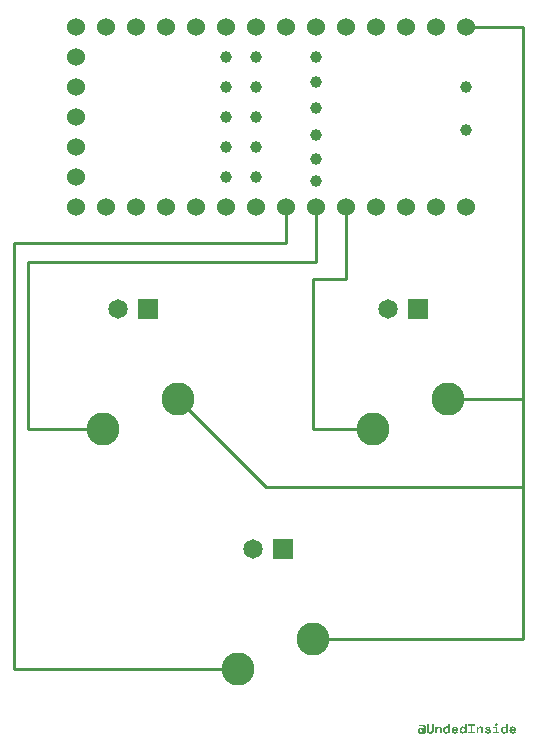
<source format=gtl>
G04 Layer: TopLayer*
G04 EasyEDA v6.4.7, 2021-04-23T08:58:56+01:00*
G04 f878487c93b54eac8d99160b99debade,c10319bd9b054561a6d5c4568292690b,NaN*
G04 Gerber Generator version 0.2*
G04 Scale: 100 percent, Rotated: No, Reflected: No *
G04 Dimensions in millimeters *
G04 leading zeros omitted , absolute positions ,3 integer and 3 decimal *
%FSLAX33Y33*%
%MOMM*%
G90*
D02*

%ADD10C,0.254000*%
%ADD12C,1.524000*%
%ADD13C,0.999998*%
%ADD14C,2.794000*%
%ADD15C,1.651000*%

%LPD*%
G54D10*
G01X15240Y29083D02*
G01X22733Y21590D01*
G01X44450Y21590D01*
G01X38100Y29083D02*
G01X44450Y29083D01*
G01X39624Y60579D02*
G01X44450Y60579D01*
G01X44450Y8763D01*
G01X26670Y8763D01*
G01X20320Y6223D02*
G01X1397Y6223D01*
G01X1397Y42291D01*
G01X24384Y42291D01*
G01X24384Y45339D01*
G01X8890Y26543D02*
G01X2540Y26543D01*
G01X2540Y40640D01*
G01X26924Y40640D01*
G01X26924Y45339D01*
G01X29464Y45339D02*
G01X29464Y39243D01*
G01X26670Y39243D01*
G01X26670Y26543D01*
G01X31750Y26543D01*

%LPD*%
G36*
G01X42239Y1603D02*
G01X42217Y1605D01*
G01X42206Y1604D01*
G01X42196Y1603D01*
G01X42185Y1601D01*
G01X42176Y1597D01*
G01X42167Y1592D01*
G01X42157Y1586D01*
G01X42141Y1574D01*
G01X42127Y1558D01*
G01X42122Y1548D01*
G01X42118Y1539D01*
G01X42113Y1529D01*
G01X42110Y1518D01*
G01X42108Y1507D01*
G01X42108Y1484D01*
G01X42110Y1473D01*
G01X42113Y1463D01*
G01X42118Y1452D01*
G01X42122Y1444D01*
G01X42127Y1435D01*
G01X42141Y1419D01*
G01X42149Y1412D01*
G01X42157Y1406D01*
G01X42167Y1401D01*
G01X42185Y1393D01*
G01X42196Y1391D01*
G01X42206Y1389D01*
G01X42228Y1389D01*
G01X42250Y1393D01*
G01X42270Y1401D01*
G01X42278Y1406D01*
G01X42286Y1412D01*
G01X42293Y1419D01*
G01X42307Y1435D01*
G01X42318Y1452D01*
G01X42322Y1463D01*
G01X42324Y1473D01*
G01X42326Y1484D01*
G01X42326Y1507D01*
G01X42322Y1529D01*
G01X42318Y1539D01*
G01X42313Y1548D01*
G01X42307Y1558D01*
G01X42293Y1574D01*
G01X42286Y1580D01*
G01X42270Y1592D01*
G01X42260Y1597D01*
G01X42250Y1601D01*
G01X42239Y1603D01*
G37*

%LPD*%
G36*
G01X42291Y1328D02*
G01X41968Y1328D01*
G01X41968Y1191D01*
G01X42146Y1191D01*
G01X42146Y899D01*
G01X41955Y899D01*
G01X41955Y762D01*
G01X42456Y762D01*
G01X42456Y899D01*
G01X42291Y899D01*
G01X42291Y1328D01*
G37*

%LPD*%
G36*
G01X40895Y1345D02*
G01X40873Y1346D01*
G01X40846Y1344D01*
G01X40820Y1339D01*
G01X40795Y1330D01*
G01X40772Y1318D01*
G01X40752Y1304D01*
G01X40735Y1287D01*
G01X40721Y1267D01*
G01X40711Y1244D01*
G01X40690Y1244D01*
G01X40690Y1328D01*
G01X40546Y1328D01*
G01X40546Y762D01*
G01X40690Y762D01*
G01X40690Y1056D01*
G01X40692Y1090D01*
G01X40698Y1120D01*
G01X40708Y1147D01*
G01X40721Y1170D01*
G01X40738Y1189D01*
G01X40760Y1203D01*
G01X40786Y1211D01*
G01X40817Y1214D01*
G01X40843Y1212D01*
G01X40865Y1205D01*
G01X40884Y1194D01*
G01X40901Y1178D01*
G01X40913Y1160D01*
G01X40922Y1138D01*
G01X40928Y1113D01*
G01X40929Y1084D01*
G01X40929Y762D01*
G01X41074Y762D01*
G01X41074Y1120D01*
G01X41073Y1148D01*
G01X41070Y1174D01*
G01X41065Y1199D01*
G01X41059Y1221D01*
G01X41050Y1242D01*
G01X41040Y1260D01*
G01X41029Y1276D01*
G01X41015Y1290D01*
G01X41001Y1303D01*
G01X40985Y1314D01*
G01X40969Y1323D01*
G01X40952Y1330D01*
G01X40934Y1337D01*
G01X40914Y1342D01*
G01X40895Y1345D01*
G37*

%LPD*%
G36*
G01X40373Y1562D02*
G01X39839Y1562D01*
G01X39839Y1417D01*
G01X40030Y1417D01*
G01X40030Y906D01*
G01X39839Y906D01*
G01X39839Y762D01*
G01X40373Y762D01*
G01X40373Y906D01*
G01X40182Y906D01*
G01X40182Y1417D01*
G01X40373Y1417D01*
G01X40373Y1562D01*
G37*

%LPD*%
G36*
G01X37397Y1345D02*
G01X37376Y1346D01*
G01X37348Y1344D01*
G01X37322Y1339D01*
G01X37297Y1330D01*
G01X37274Y1318D01*
G01X37254Y1304D01*
G01X37237Y1287D01*
G01X37224Y1267D01*
G01X37213Y1244D01*
G01X37193Y1244D01*
G01X37193Y1328D01*
G01X37048Y1328D01*
G01X37048Y762D01*
G01X37193Y762D01*
G01X37193Y1056D01*
G01X37195Y1090D01*
G01X37200Y1120D01*
G01X37210Y1147D01*
G01X37223Y1170D01*
G01X37240Y1189D01*
G01X37263Y1203D01*
G01X37289Y1211D01*
G01X37320Y1214D01*
G01X37345Y1212D01*
G01X37367Y1205D01*
G01X37387Y1194D01*
G01X37404Y1178D01*
G01X37416Y1160D01*
G01X37424Y1138D01*
G01X37430Y1113D01*
G01X37431Y1084D01*
G01X37431Y762D01*
G01X37576Y762D01*
G01X37576Y1120D01*
G01X37575Y1148D01*
G01X37572Y1174D01*
G01X37568Y1199D01*
G01X37561Y1221D01*
G01X37552Y1242D01*
G01X37543Y1260D01*
G01X37531Y1276D01*
G01X37518Y1290D01*
G01X37504Y1303D01*
G01X37488Y1314D01*
G01X37472Y1323D01*
G01X37436Y1337D01*
G01X37417Y1342D01*
G01X37397Y1345D01*
G37*

%LPD*%
G36*
G01X43642Y1344D02*
G01X43606Y1346D01*
G01X43577Y1344D01*
G01X43550Y1340D01*
G01X43523Y1333D01*
G01X43497Y1323D01*
G01X43471Y1312D01*
G01X43448Y1298D01*
G01X43425Y1282D01*
G01X43406Y1264D01*
G01X43387Y1245D01*
G01X43370Y1222D01*
G01X43356Y1199D01*
G01X43345Y1173D01*
G01X43334Y1146D01*
G01X43327Y1117D01*
G01X43323Y1086D01*
G01X43322Y1054D01*
G01X43322Y1046D01*
G01X43323Y1012D01*
G01X43327Y980D01*
G01X43333Y950D01*
G01X43342Y922D01*
G01X43354Y895D01*
G01X43369Y869D01*
G01X43385Y846D01*
G01X43403Y825D01*
G01X43423Y807D01*
G01X43444Y791D01*
G01X43468Y778D01*
G01X43492Y767D01*
G01X43519Y757D01*
G01X43548Y751D01*
G01X43578Y747D01*
G01X43609Y746D01*
G01X43636Y747D01*
G01X43662Y749D01*
G01X43685Y753D01*
G01X43708Y759D01*
G01X43728Y766D01*
G01X43746Y773D01*
G01X43763Y781D01*
G01X43779Y789D01*
G01X43792Y800D01*
G01X43804Y810D01*
G01X43815Y821D01*
G01X43834Y844D01*
G01X43842Y855D01*
G01X43850Y867D01*
G01X43855Y878D01*
G01X43731Y947D01*
G01X43724Y935D01*
G01X43714Y923D01*
G01X43703Y912D01*
G01X43690Y901D01*
G01X43674Y894D01*
G01X43655Y888D01*
G01X43633Y884D01*
G01X43606Y883D01*
G01X43594Y884D01*
G01X43581Y885D01*
G01X43568Y887D01*
G01X43555Y891D01*
G01X43543Y896D01*
G01X43532Y901D01*
G01X43521Y908D01*
G01X43512Y916D01*
G01X43503Y925D01*
G01X43494Y933D01*
G01X43487Y942D01*
G01X43482Y952D01*
G01X43477Y963D01*
G01X43474Y973D01*
G01X43471Y986D01*
G01X43469Y998D01*
G01X43886Y998D01*
G01X43886Y1074D01*
G01X43885Y1097D01*
G01X43882Y1120D01*
G01X43877Y1144D01*
G01X43870Y1168D01*
G01X43862Y1190D01*
G01X43850Y1212D01*
G01X43836Y1233D01*
G01X43820Y1254D01*
G01X43802Y1273D01*
G01X43781Y1289D01*
G01X43759Y1304D01*
G01X43733Y1318D01*
G01X43705Y1330D01*
G01X43675Y1339D01*
G01X43642Y1344D01*
G37*

%LPC*%
G36*
G01X43633Y1212D02*
G01X43606Y1214D01*
G01X43580Y1212D01*
G01X43556Y1207D01*
G01X43535Y1198D01*
G01X43517Y1186D01*
G01X43501Y1171D01*
G01X43488Y1156D01*
G01X43478Y1139D01*
G01X43472Y1122D01*
G01X43741Y1122D01*
G01X43735Y1140D01*
G01X43726Y1158D01*
G01X43714Y1173D01*
G01X43698Y1188D01*
G01X43679Y1199D01*
G01X43657Y1207D01*
G01X43633Y1212D01*
G37*

%LPD*%
G36*
G01X43195Y1562D02*
G01X43050Y1562D01*
G01X43050Y1247D01*
G01X43030Y1247D01*
G01X43017Y1268D01*
G01X43002Y1287D01*
G01X42985Y1304D01*
G01X42966Y1318D01*
G01X42945Y1330D01*
G01X42920Y1339D01*
G01X42892Y1344D01*
G01X42859Y1346D01*
G01X42833Y1344D01*
G01X42808Y1341D01*
G01X42784Y1334D01*
G01X42760Y1325D01*
G01X42738Y1314D01*
G01X42717Y1301D01*
G01X42697Y1286D01*
G01X42679Y1270D01*
G01X42663Y1250D01*
G01X42649Y1227D01*
G01X42637Y1204D01*
G01X42626Y1178D01*
G01X42617Y1151D01*
G01X42611Y1121D01*
G01X42606Y1090D01*
G01X42605Y1056D01*
G01X42605Y1036D01*
G01X42606Y1001D01*
G01X42610Y969D01*
G01X42616Y939D01*
G01X42623Y911D01*
G01X42634Y885D01*
G01X42647Y862D01*
G01X42661Y840D01*
G01X42677Y820D01*
G01X42694Y803D01*
G01X42713Y788D01*
G01X42733Y775D01*
G01X42755Y764D01*
G01X42779Y756D01*
G01X42802Y751D01*
G01X42827Y747D01*
G01X42852Y746D01*
G01X42873Y747D01*
G01X42891Y748D01*
G01X42908Y750D01*
G01X42938Y758D01*
G01X42951Y763D01*
G01X42963Y768D01*
G01X42974Y774D01*
G01X42992Y790D01*
G01X43000Y799D01*
G01X43007Y807D01*
G01X43014Y816D01*
G01X43026Y834D01*
G01X43030Y843D01*
G01X43050Y843D01*
G01X43050Y762D01*
G01X43195Y762D01*
G01X43195Y1562D01*
G37*

%LPC*%
G36*
G01X42932Y1206D02*
G01X42900Y1209D01*
G01X42868Y1206D01*
G01X42839Y1198D01*
G01X42813Y1184D01*
G01X42791Y1165D01*
G01X42772Y1143D01*
G01X42758Y1117D01*
G01X42750Y1086D01*
G01X42748Y1051D01*
G01X42748Y1038D01*
G01X42750Y1004D01*
G01X42758Y974D01*
G01X42772Y947D01*
G01X42791Y924D01*
G01X42813Y906D01*
G01X42839Y894D01*
G01X42868Y886D01*
G01X42900Y883D01*
G01X42932Y886D01*
G01X42961Y894D01*
G01X42986Y908D01*
G01X43009Y927D01*
G01X43027Y949D01*
G01X43040Y975D01*
G01X43047Y1005D01*
G01X43050Y1038D01*
G01X43050Y1051D01*
G01X43047Y1085D01*
G01X43040Y1115D01*
G01X43027Y1142D01*
G01X43009Y1165D01*
G01X42986Y1184D01*
G01X42961Y1198D01*
G01X42932Y1206D01*
G37*

%LPD*%
G36*
G01X41524Y1345D02*
G01X41498Y1346D01*
G01X41478Y1345D01*
G01X41458Y1343D01*
G01X41439Y1339D01*
G01X41419Y1333D01*
G01X41400Y1326D01*
G01X41382Y1318D01*
G01X41365Y1310D01*
G01X41351Y1300D01*
G01X41336Y1288D01*
G01X41323Y1275D01*
G01X41312Y1260D01*
G01X41302Y1244D01*
G01X41295Y1228D01*
G01X41289Y1211D01*
G01X41286Y1191D01*
G01X41285Y1170D01*
G01X41285Y1163D01*
G01X41288Y1125D01*
G01X41299Y1092D01*
G01X41316Y1064D01*
G01X41341Y1041D01*
G01X41371Y1023D01*
G01X41407Y1008D01*
G01X41447Y997D01*
G01X41493Y990D01*
G01X41510Y989D01*
G01X41525Y987D01*
G01X41539Y985D01*
G01X41563Y979D01*
G01X41572Y976D01*
G01X41581Y972D01*
G01X41589Y967D01*
G01X41596Y963D01*
G01X41604Y955D01*
G01X41607Y949D01*
G01X41611Y939D01*
G01X41612Y929D01*
G01X41611Y919D01*
G01X41607Y910D01*
G01X41601Y902D01*
G01X41592Y894D01*
G01X41580Y886D01*
G01X41564Y880D01*
G01X41543Y877D01*
G01X41518Y876D01*
G01X41490Y877D01*
G01X41466Y883D01*
G01X41446Y892D01*
G01X41429Y904D01*
G01X41416Y918D01*
G01X41405Y934D01*
G01X41396Y950D01*
G01X41391Y967D01*
G01X41259Y924D01*
G01X41262Y909D01*
G01X41267Y894D01*
G01X41272Y878D01*
G01X41280Y863D01*
G01X41289Y847D01*
G01X41300Y832D01*
G01X41314Y818D01*
G01X41328Y805D01*
G01X41344Y792D01*
G01X41363Y781D01*
G01X41384Y771D01*
G01X41407Y762D01*
G01X41431Y755D01*
G01X41457Y750D01*
G01X41487Y747D01*
G01X41518Y746D01*
G01X41571Y749D01*
G01X41618Y759D01*
G01X41659Y775D01*
G01X41694Y797D01*
G01X41721Y823D01*
G01X41739Y855D01*
G01X41751Y891D01*
G01X41755Y932D01*
G01X41755Y937D01*
G01X41751Y973D01*
G01X41741Y1005D01*
G01X41723Y1032D01*
G01X41699Y1056D01*
G01X41670Y1075D01*
G01X41637Y1091D01*
G01X41600Y1102D01*
G01X41559Y1109D01*
G01X41524Y1114D01*
G01X41495Y1118D01*
G01X41472Y1124D01*
G01X41455Y1130D01*
G01X41442Y1136D01*
G01X41432Y1145D01*
G01X41426Y1155D01*
G01X41424Y1168D01*
G01X41425Y1178D01*
G01X41429Y1186D01*
G01X41436Y1194D01*
G01X41445Y1201D01*
G01X41455Y1207D01*
G01X41467Y1211D01*
G01X41481Y1213D01*
G01X41498Y1214D01*
G01X41517Y1213D01*
G01X41535Y1209D01*
G01X41550Y1203D01*
G01X41564Y1196D01*
G01X41576Y1186D01*
G01X41585Y1175D01*
G01X41594Y1162D01*
G01X41600Y1148D01*
G01X41729Y1201D01*
G01X41718Y1224D01*
G01X41711Y1236D01*
G01X41704Y1249D01*
G01X41694Y1263D01*
G01X41683Y1275D01*
G01X41671Y1287D01*
G01X41658Y1297D01*
G01X41643Y1307D01*
G01X41628Y1316D01*
G01X41610Y1324D01*
G01X41571Y1337D01*
G01X41548Y1342D01*
G01X41524Y1345D01*
G37*

%LPD*%
G36*
G01X39697Y1562D02*
G01X39552Y1562D01*
G01X39552Y1247D01*
G01X39532Y1247D01*
G01X39519Y1268D01*
G01X39505Y1287D01*
G01X39488Y1304D01*
G01X39469Y1318D01*
G01X39448Y1330D01*
G01X39423Y1339D01*
G01X39394Y1344D01*
G01X39362Y1346D01*
G01X39335Y1344D01*
G01X39311Y1341D01*
G01X39286Y1334D01*
G01X39263Y1325D01*
G01X39240Y1314D01*
G01X39220Y1301D01*
G01X39200Y1286D01*
G01X39182Y1270D01*
G01X39166Y1250D01*
G01X39152Y1227D01*
G01X39139Y1204D01*
G01X39128Y1178D01*
G01X39120Y1151D01*
G01X39113Y1121D01*
G01X39109Y1090D01*
G01X39108Y1056D01*
G01X39108Y1036D01*
G01X39109Y1001D01*
G01X39112Y969D01*
G01X39118Y939D01*
G01X39126Y911D01*
G01X39137Y885D01*
G01X39149Y862D01*
G01X39163Y840D01*
G01X39179Y820D01*
G01X39196Y803D01*
G01X39215Y788D01*
G01X39236Y775D01*
G01X39258Y764D01*
G01X39281Y756D01*
G01X39305Y751D01*
G01X39329Y747D01*
G01X39354Y746D01*
G01X39375Y747D01*
G01X39393Y748D01*
G01X39411Y750D01*
G01X39425Y754D01*
G01X39440Y758D01*
G01X39466Y768D01*
G01X39476Y774D01*
G01X39486Y782D01*
G01X39503Y799D01*
G01X39509Y807D01*
G01X39516Y816D01*
G01X39528Y834D01*
G01X39532Y843D01*
G01X39552Y843D01*
G01X39552Y762D01*
G01X39697Y762D01*
G01X39697Y1562D01*
G37*

%LPC*%
G36*
G01X39434Y1206D02*
G01X39403Y1209D01*
G01X39370Y1206D01*
G01X39341Y1198D01*
G01X39315Y1184D01*
G01X39293Y1165D01*
G01X39275Y1143D01*
G01X39261Y1117D01*
G01X39253Y1086D01*
G01X39250Y1051D01*
G01X39250Y1038D01*
G01X39253Y1004D01*
G01X39261Y974D01*
G01X39275Y947D01*
G01X39293Y924D01*
G01X39315Y906D01*
G01X39341Y894D01*
G01X39370Y886D01*
G01X39403Y883D01*
G01X39434Y886D01*
G01X39463Y894D01*
G01X39489Y908D01*
G01X39512Y927D01*
G01X39530Y949D01*
G01X39542Y975D01*
G01X39550Y1005D01*
G01X39552Y1038D01*
G01X39552Y1051D01*
G01X39550Y1085D01*
G01X39542Y1115D01*
G01X39530Y1142D01*
G01X39512Y1165D01*
G01X39489Y1184D01*
G01X39463Y1198D01*
G01X39434Y1206D01*
G37*

%LPD*%
G36*
G01X38746Y1344D02*
G01X38712Y1346D01*
G01X38682Y1344D01*
G01X38653Y1340D01*
G01X38626Y1333D01*
G01X38600Y1323D01*
G01X38574Y1312D01*
G01X38551Y1298D01*
G01X38528Y1282D01*
G01X38508Y1264D01*
G01X38490Y1245D01*
G01X38474Y1222D01*
G01X38460Y1199D01*
G01X38447Y1173D01*
G01X38437Y1146D01*
G01X38430Y1117D01*
G01X38426Y1086D01*
G01X38425Y1054D01*
G01X38425Y1046D01*
G01X38426Y1012D01*
G01X38430Y980D01*
G01X38436Y950D01*
G01X38445Y922D01*
G01X38457Y895D01*
G01X38472Y869D01*
G01X38488Y846D01*
G01X38506Y825D01*
G01X38526Y807D01*
G01X38548Y791D01*
G01X38571Y778D01*
G01X38597Y767D01*
G01X38624Y757D01*
G01X38652Y751D01*
G01X38682Y747D01*
G01X38714Y746D01*
G01X38741Y747D01*
G01X38767Y749D01*
G01X38789Y753D01*
G01X38811Y759D01*
G01X38831Y766D01*
G01X38849Y773D01*
G01X38866Y781D01*
G01X38882Y789D01*
G01X38896Y800D01*
G01X38908Y810D01*
G01X38919Y821D01*
G01X38930Y833D01*
G01X38939Y844D01*
G01X38946Y855D01*
G01X38952Y867D01*
G01X38958Y878D01*
G01X38834Y947D01*
G01X38826Y935D01*
G01X38817Y923D01*
G01X38806Y912D01*
G01X38793Y901D01*
G01X38777Y894D01*
G01X38758Y888D01*
G01X38737Y884D01*
G01X38712Y883D01*
G01X38684Y885D01*
G01X38671Y887D01*
G01X38658Y891D01*
G01X38646Y896D01*
G01X38635Y901D01*
G01X38624Y908D01*
G01X38615Y916D01*
G01X38606Y925D01*
G01X38599Y933D01*
G01X38591Y942D01*
G01X38585Y952D01*
G01X38580Y963D01*
G01X38577Y973D01*
G01X38575Y986D01*
G01X38574Y998D01*
G01X38989Y998D01*
G01X38989Y1074D01*
G01X38987Y1097D01*
G01X38984Y1120D01*
G01X38980Y1144D01*
G01X38973Y1168D01*
G01X38964Y1190D01*
G01X38953Y1212D01*
G01X38939Y1233D01*
G01X38922Y1254D01*
G01X38905Y1273D01*
G01X38884Y1289D01*
G01X38862Y1304D01*
G01X38836Y1318D01*
G01X38808Y1330D01*
G01X38778Y1339D01*
G01X38746Y1344D01*
G37*

%LPC*%
G36*
G01X38736Y1212D02*
G01X38709Y1214D01*
G01X38684Y1212D01*
G01X38660Y1207D01*
G01X38639Y1198D01*
G01X38620Y1186D01*
G01X38605Y1171D01*
G01X38593Y1156D01*
G01X38584Y1139D01*
G01X38577Y1122D01*
G01X38844Y1122D01*
G01X38838Y1140D01*
G01X38829Y1158D01*
G01X38817Y1173D01*
G01X38801Y1188D01*
G01X38782Y1199D01*
G01X38760Y1207D01*
G01X38736Y1212D01*
G37*

%LPD*%
G36*
G01X38298Y1562D02*
G01X38155Y1562D01*
G01X38155Y1247D01*
G01X38133Y1247D01*
G01X38120Y1268D01*
G01X38106Y1287D01*
G01X38090Y1304D01*
G01X38072Y1318D01*
G01X38050Y1330D01*
G01X38024Y1339D01*
G01X37995Y1344D01*
G01X37962Y1346D01*
G01X37937Y1344D01*
G01X37912Y1341D01*
G01X37888Y1334D01*
G01X37863Y1325D01*
G01X37841Y1314D01*
G01X37820Y1301D01*
G01X37800Y1286D01*
G01X37782Y1270D01*
G01X37766Y1250D01*
G01X37752Y1227D01*
G01X37740Y1204D01*
G01X37729Y1178D01*
G01X37720Y1151D01*
G01X37713Y1121D01*
G01X37710Y1090D01*
G01X37708Y1056D01*
G01X37708Y1036D01*
G01X37709Y1001D01*
G01X37713Y969D01*
G01X37719Y939D01*
G01X37726Y911D01*
G01X37737Y885D01*
G01X37749Y862D01*
G01X37764Y840D01*
G01X37779Y820D01*
G01X37797Y803D01*
G01X37816Y788D01*
G01X37836Y775D01*
G01X37858Y764D01*
G01X37882Y756D01*
G01X37906Y751D01*
G01X37931Y747D01*
G01X37957Y746D01*
G01X37977Y747D01*
G01X37995Y748D01*
G01X38011Y750D01*
G01X38041Y758D01*
G01X38054Y763D01*
G01X38066Y768D01*
G01X38077Y774D01*
G01X38095Y790D01*
G01X38112Y807D01*
G01X38124Y825D01*
G01X38128Y834D01*
G01X38133Y843D01*
G01X38155Y843D01*
G01X38155Y762D01*
G01X38298Y762D01*
G01X38298Y1562D01*
G37*

%LPC*%
G36*
G01X38035Y1206D02*
G01X38003Y1209D01*
G01X37971Y1206D01*
G01X37943Y1198D01*
G01X37917Y1184D01*
G01X37894Y1165D01*
G01X37876Y1143D01*
G01X37863Y1117D01*
G01X37856Y1086D01*
G01X37853Y1051D01*
G01X37853Y1038D01*
G01X37856Y1004D01*
G01X37863Y974D01*
G01X37876Y947D01*
G01X37894Y924D01*
G01X37917Y906D01*
G01X37943Y894D01*
G01X37971Y886D01*
G01X38003Y883D01*
G01X38035Y886D01*
G01X38064Y894D01*
G01X38090Y908D01*
G01X38112Y927D01*
G01X38131Y949D01*
G01X38145Y975D01*
G01X38153Y1005D01*
G01X38155Y1038D01*
G01X38155Y1051D01*
G01X38153Y1085D01*
G01X38145Y1115D01*
G01X38131Y1142D01*
G01X38112Y1165D01*
G01X38090Y1184D01*
G01X38064Y1198D01*
G01X38035Y1206D01*
G37*

%LPD*%
G36*
G01X36471Y1562D02*
G01X36322Y1562D01*
G01X36322Y1038D01*
G01X36326Y973D01*
G01X36339Y916D01*
G01X36362Y866D01*
G01X36393Y822D01*
G01X36434Y789D01*
G01X36484Y765D01*
G01X36541Y751D01*
G01X36609Y746D01*
G01X36676Y751D01*
G01X36733Y765D01*
G01X36783Y789D01*
G01X36824Y822D01*
G01X36856Y866D01*
G01X36880Y916D01*
G01X36894Y973D01*
G01X36898Y1038D01*
G01X36898Y1562D01*
G01X36746Y1562D01*
G01X36746Y1038D01*
G01X36744Y1005D01*
G01X36738Y975D01*
G01X36727Y949D01*
G01X36713Y927D01*
G01X36694Y909D01*
G01X36670Y896D01*
G01X36642Y889D01*
G01X36609Y886D01*
G01X36576Y889D01*
G01X36547Y896D01*
G01X36523Y909D01*
G01X36504Y927D01*
G01X36490Y949D01*
G01X36479Y975D01*
G01X36473Y1005D01*
G01X36471Y1038D01*
G01X36471Y1562D01*
G37*

%LPD*%
G36*
G01X35986Y1483D02*
G01X35628Y1483D01*
G01X35628Y1346D01*
G01X35958Y1346D01*
G01X36061Y1311D01*
G01X36095Y1209D01*
G01X36095Y909D01*
G01X36093Y895D01*
G01X36087Y884D01*
G01X36077Y878D01*
G01X36062Y876D01*
G01X36057Y876D01*
G01X36044Y878D01*
G01X36034Y884D01*
G01X36029Y895D01*
G01X36027Y909D01*
G01X36027Y1247D01*
G01X35890Y1247D01*
G01X35890Y1206D01*
G01X35869Y1206D01*
G01X35862Y1217D01*
G01X35854Y1227D01*
G01X35834Y1247D01*
G01X35821Y1253D01*
G01X35806Y1258D01*
G01X35788Y1261D01*
G01X35768Y1262D01*
G01X35748Y1261D01*
G01X35729Y1258D01*
G01X35710Y1253D01*
G01X35692Y1247D01*
G01X35675Y1238D01*
G01X35661Y1227D01*
G01X35646Y1215D01*
G01X35633Y1201D01*
G01X35620Y1184D01*
G01X35608Y1164D01*
G01X35599Y1143D01*
G01X35590Y1120D01*
G01X35583Y1095D01*
G01X35579Y1067D01*
G01X35576Y1039D01*
G01X35575Y1008D01*
G01X35575Y1000D01*
G01X35576Y968D01*
G01X35579Y939D01*
G01X35583Y911D01*
G01X35590Y886D01*
G01X35598Y864D01*
G01X35607Y843D01*
G01X35617Y824D01*
G01X35628Y807D01*
G01X35641Y793D01*
G01X35656Y780D01*
G01X35670Y770D01*
G01X35687Y762D01*
G01X35703Y755D01*
G01X35722Y750D01*
G01X35740Y747D01*
G01X35760Y746D01*
G01X35784Y747D01*
G01X35805Y751D01*
G01X35824Y756D01*
G01X35839Y764D01*
G01X35851Y775D01*
G01X35860Y786D01*
G01X35868Y798D01*
G01X35874Y810D01*
G01X35895Y810D01*
G01X35898Y798D01*
G01X35903Y786D01*
G01X35911Y775D01*
G01X35920Y764D01*
G01X35931Y756D01*
G01X35944Y751D01*
G01X35961Y747D01*
G01X35981Y746D01*
G01X36123Y746D01*
G01X36146Y748D01*
G01X36167Y754D01*
G01X36186Y764D01*
G01X36202Y777D01*
G01X36215Y793D01*
G01X36225Y812D01*
G01X36231Y833D01*
G01X36233Y855D01*
G01X36233Y1244D01*
G01X36229Y1300D01*
G01X36216Y1348D01*
G01X36196Y1389D01*
G01X36167Y1422D01*
G01X36129Y1448D01*
G01X36087Y1468D01*
G01X36040Y1479D01*
G01X35986Y1483D01*
G37*

%LPC*%
G36*
G01X35823Y1130D02*
G01X35801Y1132D01*
G01X35780Y1130D01*
G01X35763Y1123D01*
G01X35747Y1113D01*
G01X35735Y1097D01*
G01X35725Y1078D01*
G01X35717Y1057D01*
G01X35713Y1033D01*
G01X35712Y1008D01*
G01X35712Y1000D01*
G01X35713Y974D01*
G01X35717Y950D01*
G01X35725Y929D01*
G01X35735Y911D01*
G01X35747Y896D01*
G01X35763Y884D01*
G01X35780Y878D01*
G01X35801Y876D01*
G01X35823Y878D01*
G01X35842Y884D01*
G01X35858Y896D01*
G01X35869Y911D01*
G01X35879Y929D01*
G01X35885Y950D01*
G01X35889Y974D01*
G01X35890Y1000D01*
G01X35890Y1008D01*
G01X35889Y1033D01*
G01X35885Y1057D01*
G01X35879Y1078D01*
G01X35869Y1097D01*
G01X35858Y1113D01*
G01X35842Y1123D01*
G01X35823Y1130D01*
G37*

%LPD*%
G54D12*
G01X39624Y45339D03*
G01X34544Y45339D03*
G01X21844Y45339D03*
G01X19304Y45339D03*
G01X16764Y45339D03*
G01X14224Y45339D03*
G01X37084Y45339D03*
G01X11684Y45339D03*
G01X9144Y45339D03*
G01X6604Y45339D03*
G01X6604Y47879D03*
G01X6604Y50419D03*
G01X6604Y52959D03*
G01X6604Y55499D03*
G01X6604Y58039D03*
G01X6604Y60579D03*
G01X9144Y60579D03*
G01X11684Y60579D03*
G01X14224Y60579D03*
G01X16764Y60579D03*
G01X19304Y60579D03*
G01X21844Y60579D03*
G01X24384Y60579D03*
G01X26924Y60579D03*
G01X29464Y60579D03*
G01X32004Y60579D03*
G01X34544Y60579D03*
G01X37084Y60579D03*
G01X39624Y60579D03*
G54D13*
G01X19304Y55499D03*
G01X19304Y52959D03*
G01X19304Y50419D03*
G01X19304Y47879D03*
G01X21844Y58039D03*
G01X21844Y55499D03*
G01X21844Y52959D03*
G01X21844Y50419D03*
G01X21844Y47879D03*
G01X19304Y58039D03*
G01X26924Y58039D03*
G01X26924Y55880D03*
G01X26924Y53721D03*
G01X26924Y51435D03*
G01X26924Y49403D03*
G01X26924Y47498D03*
G01X39624Y55499D03*
G01X39624Y51816D03*
G54D14*
G01X15240Y29083D03*
G01X8890Y26543D03*
G54D15*
G01X10160Y36703D03*
G36*
G01X11874Y37528D02*
G01X13525Y37528D01*
G01X13525Y35877D01*
G01X11874Y35877D01*
G01X11874Y37528D01*
G37*
G36*
G01X23304Y17208D02*
G01X24955Y17208D01*
G01X24955Y15557D01*
G01X23304Y15557D01*
G01X23304Y17208D01*
G37*
G01X21590Y16383D03*
G54D14*
G01X20320Y6223D03*
G01X26670Y8763D03*
G36*
G01X34734Y37528D02*
G01X36385Y37528D01*
G01X36385Y35877D01*
G01X34734Y35877D01*
G01X34734Y37528D01*
G37*
G54D15*
G01X33020Y36703D03*
G54D14*
G01X31750Y26543D03*
G01X38100Y29083D03*
G54D12*
G01X24384Y45339D03*
G01X26924Y45339D03*
G01X29464Y45339D03*
G01X32004Y45339D03*
M00*
M02*

</source>
